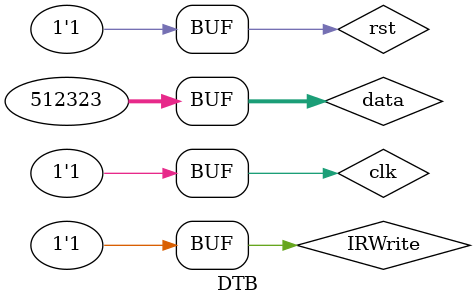
<source format=v>
module Decode(opcode, regAaddr, regBaddr, jumpAddr, writeRegAddr, func, wordAddr,
              data, clk, rst, IRWrite);
  input IRWrite, rst, clk;
  input [31:0] data;
  
  output reg [4:0] regAaddr, regBaddr, writeRegAddr;
  output reg [25:0] jumpAddr;
  output reg [5:0] func, opcode;
  output reg [15:0] wordAddr;  
  
  always @ (posedge clk, negedge rst) begin
    if (!rst) begin//flushing decode reg
      opcode = 'd 0;
      regAaddr = 'd 0;
      regBaddr = 'd 0;
      writeRegAddr = 'd 0;
      jumpAddr = 'd 0;
      func = 'd 0;
      wordAddr = 'd 0;
    end
    
    else
     if(IRWrite) begin
      opcode = data[31:26];
      regAaddr = data[25:21];
      regBaddr = data[20:16];
      writeRegAddr = data[15:11];
      jumpAddr = data[25:0];
      func = data[5:0];
      wordAddr = data[15:0];
    end
      
  end
endmodule

module DTB;
  reg IRWrite, rst, clk;
  reg [31:0] data;
  
  wire [4:0] regAaddr, regBaddr, writeRegAddr;
  wire [25:0] jumpAddr;
  wire [5:0] func, opcode;
  wire [15:0] wordAddr;  
  
  Decode dm(opcode, regAaddr, regBaddr, jumpAddr, writeRegAddr, func, wordAddr,
              data, clk, rst, IRWrite);
              
  initial
  begin
    IRWrite = 1;
    rst = 0;
    data = 'd 325;
    rst = 1;
    clk = 1;
    
    #50 clk = ~clk;
    
    #50
    data = 'd 512323;
    clk = ~clk;
  end
endmodule

</source>
